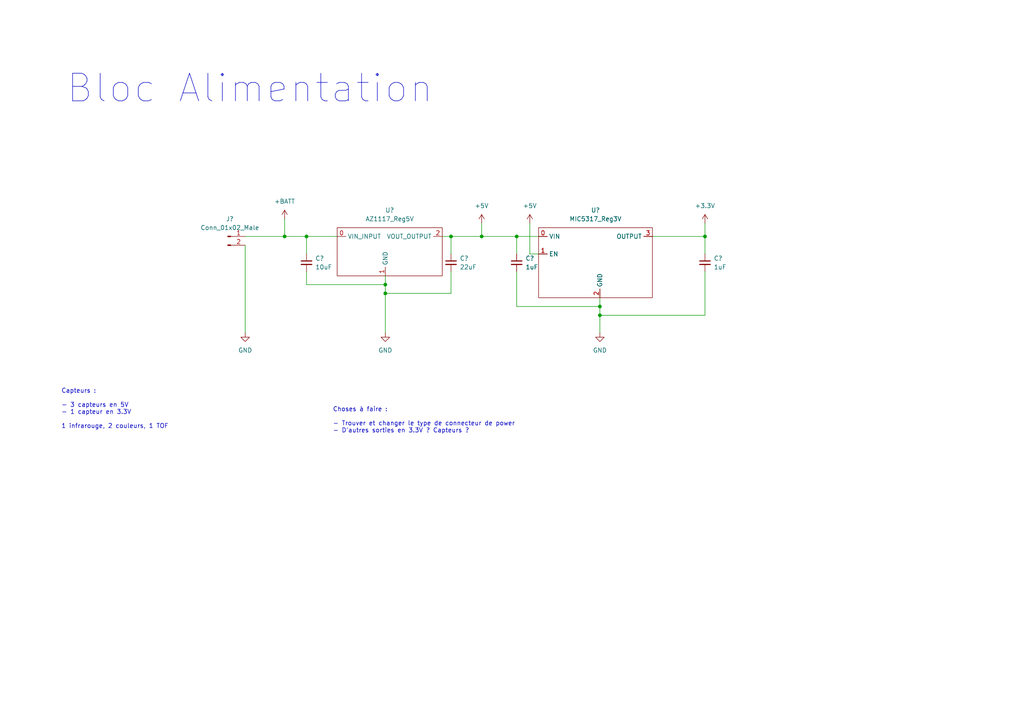
<source format=kicad_sch>
(kicad_sch (version 20211123) (generator eeschema)

  (uuid a889af44-4e92-47b8-a5da-c6e25351379c)

  (paper "A4")

  (lib_symbols
    (symbol "AZ1117_Reg5V:AZ1117_Reg5V" (in_bom yes) (on_board yes)
      (property "Reference" "U" (id 0) (at 0 5.08 0)
        (effects (font (size 1.27 1.27)))
      )
      (property "Value" "AZ1117_Reg5V" (id 1) (at 0 2.54 0)
        (effects (font (size 1.27 1.27)))
      )
      (property "Footprint" "" (id 2) (at 0 0 0)
        (effects (font (size 1.27 1.27)) hide)
      )
      (property "Datasheet" "" (id 3) (at 0 0 0)
        (effects (font (size 1.27 1.27)) hide)
      )
      (symbol "AZ1117_Reg5V_0_1"
        (rectangle (start -13.97 -1.27) (end 16.51 -15.24)
          (stroke (width 0) (type default) (color 0 0 0 0))
          (fill (type none))
        )
      )
      (symbol "AZ1117_Reg5V_1_1"
        (pin power_in line (at -13.97 -3.81 0) (length 2.54)
          (name "VIN_INPUT" (effects (font (size 1.27 1.27))))
          (number "0" (effects (font (size 1.27 1.27))))
        )
        (pin power_in line (at 0 -15.24 90) (length 2.54)
          (name "GND" (effects (font (size 1.27 1.27))))
          (number "1" (effects (font (size 1.27 1.27))))
        )
        (pin power_out line (at 16.51 -3.81 180) (length 2.54)
          (name "VOUT_OUTPUT" (effects (font (size 1.27 1.27))))
          (number "2" (effects (font (size 1.27 1.27))))
        )
      )
    )
    (symbol "Connector:Conn_01x02_Male" (pin_names (offset 1.016) hide) (in_bom yes) (on_board yes)
      (property "Reference" "J" (id 0) (at 0 2.54 0)
        (effects (font (size 1.27 1.27)))
      )
      (property "Value" "Conn_01x02_Male" (id 1) (at 0 -5.08 0)
        (effects (font (size 1.27 1.27)))
      )
      (property "Footprint" "" (id 2) (at 0 0 0)
        (effects (font (size 1.27 1.27)) hide)
      )
      (property "Datasheet" "~" (id 3) (at 0 0 0)
        (effects (font (size 1.27 1.27)) hide)
      )
      (property "ki_keywords" "connector" (id 4) (at 0 0 0)
        (effects (font (size 1.27 1.27)) hide)
      )
      (property "ki_description" "Generic connector, single row, 01x02, script generated (kicad-library-utils/schlib/autogen/connector/)" (id 5) (at 0 0 0)
        (effects (font (size 1.27 1.27)) hide)
      )
      (property "ki_fp_filters" "Connector*:*_1x??_*" (id 6) (at 0 0 0)
        (effects (font (size 1.27 1.27)) hide)
      )
      (symbol "Conn_01x02_Male_1_1"
        (polyline
          (pts
            (xy 1.27 -2.54)
            (xy 0.8636 -2.54)
          )
          (stroke (width 0.1524) (type default) (color 0 0 0 0))
          (fill (type none))
        )
        (polyline
          (pts
            (xy 1.27 0)
            (xy 0.8636 0)
          )
          (stroke (width 0.1524) (type default) (color 0 0 0 0))
          (fill (type none))
        )
        (rectangle (start 0.8636 -2.413) (end 0 -2.667)
          (stroke (width 0.1524) (type default) (color 0 0 0 0))
          (fill (type outline))
        )
        (rectangle (start 0.8636 0.127) (end 0 -0.127)
          (stroke (width 0.1524) (type default) (color 0 0 0 0))
          (fill (type outline))
        )
        (pin passive line (at 5.08 0 180) (length 3.81)
          (name "Pin_1" (effects (font (size 1.27 1.27))))
          (number "1" (effects (font (size 1.27 1.27))))
        )
        (pin passive line (at 5.08 -2.54 180) (length 3.81)
          (name "Pin_2" (effects (font (size 1.27 1.27))))
          (number "2" (effects (font (size 1.27 1.27))))
        )
      )
    )
    (symbol "Device:C_Small" (pin_numbers hide) (pin_names (offset 0.254) hide) (in_bom yes) (on_board yes)
      (property "Reference" "C" (id 0) (at 0.254 1.778 0)
        (effects (font (size 1.27 1.27)) (justify left))
      )
      (property "Value" "C_Small" (id 1) (at 0.254 -2.032 0)
        (effects (font (size 1.27 1.27)) (justify left))
      )
      (property "Footprint" "" (id 2) (at 0 0 0)
        (effects (font (size 1.27 1.27)) hide)
      )
      (property "Datasheet" "~" (id 3) (at 0 0 0)
        (effects (font (size 1.27 1.27)) hide)
      )
      (property "ki_keywords" "capacitor cap" (id 4) (at 0 0 0)
        (effects (font (size 1.27 1.27)) hide)
      )
      (property "ki_description" "Unpolarized capacitor, small symbol" (id 5) (at 0 0 0)
        (effects (font (size 1.27 1.27)) hide)
      )
      (property "ki_fp_filters" "C_*" (id 6) (at 0 0 0)
        (effects (font (size 1.27 1.27)) hide)
      )
      (symbol "C_Small_0_1"
        (polyline
          (pts
            (xy -1.524 -0.508)
            (xy 1.524 -0.508)
          )
          (stroke (width 0.3302) (type default) (color 0 0 0 0))
          (fill (type none))
        )
        (polyline
          (pts
            (xy -1.524 0.508)
            (xy 1.524 0.508)
          )
          (stroke (width 0.3048) (type default) (color 0 0 0 0))
          (fill (type none))
        )
      )
      (symbol "C_Small_1_1"
        (pin passive line (at 0 2.54 270) (length 2.032)
          (name "~" (effects (font (size 1.27 1.27))))
          (number "1" (effects (font (size 1.27 1.27))))
        )
        (pin passive line (at 0 -2.54 90) (length 2.032)
          (name "~" (effects (font (size 1.27 1.27))))
          (number "2" (effects (font (size 1.27 1.27))))
        )
      )
    )
    (symbol "MIC5317_Reg3V:MIC5317_Reg3V" (in_bom yes) (on_board yes)
      (property "Reference" "U" (id 0) (at 0 2.54 0)
        (effects (font (size 1.27 1.27)))
      )
      (property "Value" "MIC5317_Reg3V" (id 1) (at 0 0 0)
        (effects (font (size 1.27 1.27)))
      )
      (property "Footprint" "" (id 2) (at 0 0 0)
        (effects (font (size 1.27 1.27)) hide)
      )
      (property "Datasheet" "" (id 3) (at 0 0 0)
        (effects (font (size 1.27 1.27)) hide)
      )
      (symbol "MIC5317_Reg3V_0_1"
        (rectangle (start -17.78 -2.54) (end 15.24 -22.86)
          (stroke (width 0) (type default) (color 0 0 0 0))
          (fill (type none))
        )
      )
      (symbol "MIC5317_Reg3V_1_1"
        (pin power_in line (at -17.78 -5.08 0) (length 2.54)
          (name "VIN" (effects (font (size 1.27 1.27))))
          (number "0" (effects (font (size 1.27 1.27))))
        )
        (pin bidirectional line (at -17.78 -10.16 0) (length 2.54)
          (name "EN" (effects (font (size 1.27 1.27))))
          (number "1" (effects (font (size 1.27 1.27))))
        )
        (pin power_in line (at 0 -22.86 90) (length 2.54)
          (name "GND" (effects (font (size 1.27 1.27))))
          (number "2" (effects (font (size 1.27 1.27))))
        )
        (pin power_out line (at 15.24 -5.08 180) (length 2.54)
          (name "OUTPUT" (effects (font (size 1.27 1.27))))
          (number "3" (effects (font (size 1.27 1.27))))
        )
      )
    )
    (symbol "power:+3.3V" (power) (pin_names (offset 0)) (in_bom yes) (on_board yes)
      (property "Reference" "#PWR" (id 0) (at 0 -3.81 0)
        (effects (font (size 1.27 1.27)) hide)
      )
      (property "Value" "+3.3V" (id 1) (at 0 3.556 0)
        (effects (font (size 1.27 1.27)))
      )
      (property "Footprint" "" (id 2) (at 0 0 0)
        (effects (font (size 1.27 1.27)) hide)
      )
      (property "Datasheet" "" (id 3) (at 0 0 0)
        (effects (font (size 1.27 1.27)) hide)
      )
      (property "ki_keywords" "power-flag" (id 4) (at 0 0 0)
        (effects (font (size 1.27 1.27)) hide)
      )
      (property "ki_description" "Power symbol creates a global label with name \"+3.3V\"" (id 5) (at 0 0 0)
        (effects (font (size 1.27 1.27)) hide)
      )
      (symbol "+3.3V_0_1"
        (polyline
          (pts
            (xy -0.762 1.27)
            (xy 0 2.54)
          )
          (stroke (width 0) (type default) (color 0 0 0 0))
          (fill (type none))
        )
        (polyline
          (pts
            (xy 0 0)
            (xy 0 2.54)
          )
          (stroke (width 0) (type default) (color 0 0 0 0))
          (fill (type none))
        )
        (polyline
          (pts
            (xy 0 2.54)
            (xy 0.762 1.27)
          )
          (stroke (width 0) (type default) (color 0 0 0 0))
          (fill (type none))
        )
      )
      (symbol "+3.3V_1_1"
        (pin power_in line (at 0 0 90) (length 0) hide
          (name "+3.3V" (effects (font (size 1.27 1.27))))
          (number "1" (effects (font (size 1.27 1.27))))
        )
      )
    )
    (symbol "power:+5V" (power) (pin_names (offset 0)) (in_bom yes) (on_board yes)
      (property "Reference" "#PWR" (id 0) (at 0 -3.81 0)
        (effects (font (size 1.27 1.27)) hide)
      )
      (property "Value" "+5V" (id 1) (at 0 3.556 0)
        (effects (font (size 1.27 1.27)))
      )
      (property "Footprint" "" (id 2) (at 0 0 0)
        (effects (font (size 1.27 1.27)) hide)
      )
      (property "Datasheet" "" (id 3) (at 0 0 0)
        (effects (font (size 1.27 1.27)) hide)
      )
      (property "ki_keywords" "power-flag" (id 4) (at 0 0 0)
        (effects (font (size 1.27 1.27)) hide)
      )
      (property "ki_description" "Power symbol creates a global label with name \"+5V\"" (id 5) (at 0 0 0)
        (effects (font (size 1.27 1.27)) hide)
      )
      (symbol "+5V_0_1"
        (polyline
          (pts
            (xy -0.762 1.27)
            (xy 0 2.54)
          )
          (stroke (width 0) (type default) (color 0 0 0 0))
          (fill (type none))
        )
        (polyline
          (pts
            (xy 0 0)
            (xy 0 2.54)
          )
          (stroke (width 0) (type default) (color 0 0 0 0))
          (fill (type none))
        )
        (polyline
          (pts
            (xy 0 2.54)
            (xy 0.762 1.27)
          )
          (stroke (width 0) (type default) (color 0 0 0 0))
          (fill (type none))
        )
      )
      (symbol "+5V_1_1"
        (pin power_in line (at 0 0 90) (length 0) hide
          (name "+5V" (effects (font (size 1.27 1.27))))
          (number "1" (effects (font (size 1.27 1.27))))
        )
      )
    )
    (symbol "power:+BATT" (power) (pin_names (offset 0)) (in_bom yes) (on_board yes)
      (property "Reference" "#PWR" (id 0) (at 0 -3.81 0)
        (effects (font (size 1.27 1.27)) hide)
      )
      (property "Value" "+BATT" (id 1) (at 0 3.556 0)
        (effects (font (size 1.27 1.27)))
      )
      (property "Footprint" "" (id 2) (at 0 0 0)
        (effects (font (size 1.27 1.27)) hide)
      )
      (property "Datasheet" "" (id 3) (at 0 0 0)
        (effects (font (size 1.27 1.27)) hide)
      )
      (property "ki_keywords" "power-flag battery" (id 4) (at 0 0 0)
        (effects (font (size 1.27 1.27)) hide)
      )
      (property "ki_description" "Power symbol creates a global label with name \"+BATT\"" (id 5) (at 0 0 0)
        (effects (font (size 1.27 1.27)) hide)
      )
      (symbol "+BATT_0_1"
        (polyline
          (pts
            (xy -0.762 1.27)
            (xy 0 2.54)
          )
          (stroke (width 0) (type default) (color 0 0 0 0))
          (fill (type none))
        )
        (polyline
          (pts
            (xy 0 0)
            (xy 0 2.54)
          )
          (stroke (width 0) (type default) (color 0 0 0 0))
          (fill (type none))
        )
        (polyline
          (pts
            (xy 0 2.54)
            (xy 0.762 1.27)
          )
          (stroke (width 0) (type default) (color 0 0 0 0))
          (fill (type none))
        )
      )
      (symbol "+BATT_1_1"
        (pin power_in line (at 0 0 90) (length 0) hide
          (name "+BATT" (effects (font (size 1.27 1.27))))
          (number "1" (effects (font (size 1.27 1.27))))
        )
      )
    )
    (symbol "power:GND" (power) (pin_names (offset 0)) (in_bom yes) (on_board yes)
      (property "Reference" "#PWR" (id 0) (at 0 -6.35 0)
        (effects (font (size 1.27 1.27)) hide)
      )
      (property "Value" "GND" (id 1) (at 0 -3.81 0)
        (effects (font (size 1.27 1.27)))
      )
      (property "Footprint" "" (id 2) (at 0 0 0)
        (effects (font (size 1.27 1.27)) hide)
      )
      (property "Datasheet" "" (id 3) (at 0 0 0)
        (effects (font (size 1.27 1.27)) hide)
      )
      (property "ki_keywords" "power-flag" (id 4) (at 0 0 0)
        (effects (font (size 1.27 1.27)) hide)
      )
      (property "ki_description" "Power symbol creates a global label with name \"GND\" , ground" (id 5) (at 0 0 0)
        (effects (font (size 1.27 1.27)) hide)
      )
      (symbol "GND_0_1"
        (polyline
          (pts
            (xy 0 0)
            (xy 0 -1.27)
            (xy 1.27 -1.27)
            (xy 0 -2.54)
            (xy -1.27 -1.27)
            (xy 0 -1.27)
          )
          (stroke (width 0) (type default) (color 0 0 0 0))
          (fill (type none))
        )
      )
      (symbol "GND_1_1"
        (pin power_in line (at 0 0 270) (length 0) hide
          (name "GND" (effects (font (size 1.27 1.27))))
          (number "1" (effects (font (size 1.27 1.27))))
        )
      )
    )
  )

  (junction (at 173.99 88.9) (diameter 0) (color 0 0 0 0)
    (uuid 2b34e238-ef01-45eb-9e22-a5b449ed921d)
  )
  (junction (at 139.7 68.58) (diameter 0) (color 0 0 0 0)
    (uuid 4db98390-a13d-46ed-b615-b21f5978babd)
  )
  (junction (at 82.55 68.58) (diameter 0) (color 0 0 0 0)
    (uuid 5ff6a31f-f41b-4aee-9161-f69375ed72b5)
  )
  (junction (at 204.47 68.58) (diameter 0) (color 0 0 0 0)
    (uuid 6ff99f1c-64a2-4cbe-8fdc-2367c1013a06)
  )
  (junction (at 88.9 68.58) (diameter 0) (color 0 0 0 0)
    (uuid 8d16ea41-0aa2-4220-9f8d-21eb21b97396)
  )
  (junction (at 111.76 82.55) (diameter 0) (color 0 0 0 0)
    (uuid 8f091d16-955c-49a3-99af-1839a128304c)
  )
  (junction (at 111.76 85.09) (diameter 0) (color 0 0 0 0)
    (uuid a0c2c283-27bd-49c5-a171-cf5499f24a9a)
  )
  (junction (at 149.86 68.58) (diameter 0) (color 0 0 0 0)
    (uuid c6d2a9ff-cac4-4501-8f8e-30e51607a64d)
  )
  (junction (at 130.81 68.58) (diameter 0) (color 0 0 0 0)
    (uuid c77b09be-119e-4818-8add-1ee50f3db25c)
  )
  (junction (at 173.99 91.44) (diameter 0) (color 0 0 0 0)
    (uuid cadf5c90-879b-4b5d-862d-febbb454f884)
  )

  (wire (pts (xy 130.81 68.58) (xy 130.81 73.66))
    (stroke (width 0) (type default) (color 0 0 0 0))
    (uuid 0aee31fe-8aa1-46fd-87cc-035148cfe56a)
  )
  (wire (pts (xy 130.81 78.74) (xy 130.81 85.09))
    (stroke (width 0) (type default) (color 0 0 0 0))
    (uuid 0d945083-4f8c-41d4-912a-89dae5af5f3d)
  )
  (wire (pts (xy 189.23 68.58) (xy 204.47 68.58))
    (stroke (width 0) (type default) (color 0 0 0 0))
    (uuid 0de15d7d-d4a8-479d-bd6a-ce9ce3ba60fa)
  )
  (wire (pts (xy 111.76 85.09) (xy 130.81 85.09))
    (stroke (width 0) (type default) (color 0 0 0 0))
    (uuid 0fb726b5-7e91-47de-8026-695eccd6d27e)
  )
  (wire (pts (xy 82.55 63.5) (xy 82.55 68.58))
    (stroke (width 0) (type default) (color 0 0 0 0))
    (uuid 116aafcf-2b8b-4b6f-a3d2-4452980d1257)
  )
  (wire (pts (xy 153.67 64.77) (xy 153.67 73.66))
    (stroke (width 0) (type default) (color 0 0 0 0))
    (uuid 1576b066-2dc7-4425-9478-f2ffbfdff342)
  )
  (wire (pts (xy 111.76 82.55) (xy 111.76 85.09))
    (stroke (width 0) (type default) (color 0 0 0 0))
    (uuid 15e0564a-7a43-4350-8eef-d9af9209332c)
  )
  (wire (pts (xy 71.12 68.58) (xy 82.55 68.58))
    (stroke (width 0) (type default) (color 0 0 0 0))
    (uuid 19acc6d4-978e-412f-90de-604b6ecc2a42)
  )
  (wire (pts (xy 204.47 64.77) (xy 204.47 68.58))
    (stroke (width 0) (type default) (color 0 0 0 0))
    (uuid 2d9a7271-1ffb-4b7f-b5a2-5bb1de731be1)
  )
  (wire (pts (xy 204.47 68.58) (xy 204.47 73.66))
    (stroke (width 0) (type default) (color 0 0 0 0))
    (uuid 3c51731e-4d42-4a80-bdff-0a8bec0a395a)
  )
  (wire (pts (xy 173.99 88.9) (xy 173.99 91.44))
    (stroke (width 0) (type default) (color 0 0 0 0))
    (uuid 42d79c06-c6c6-4c48-9ef8-c6ce0f05ca84)
  )
  (wire (pts (xy 139.7 64.77) (xy 139.7 68.58))
    (stroke (width 0) (type default) (color 0 0 0 0))
    (uuid 48b7b3d6-7e7a-46a1-9b3a-e626a5292cc8)
  )
  (wire (pts (xy 204.47 91.44) (xy 173.99 91.44))
    (stroke (width 0) (type default) (color 0 0 0 0))
    (uuid 4fd3c71a-013f-449e-9ba1-89052b311cce)
  )
  (wire (pts (xy 149.86 78.74) (xy 149.86 88.9))
    (stroke (width 0) (type default) (color 0 0 0 0))
    (uuid 6a654b24-1a12-4c8f-b02f-b921e47c3fb3)
  )
  (wire (pts (xy 149.86 88.9) (xy 173.99 88.9))
    (stroke (width 0) (type default) (color 0 0 0 0))
    (uuid 7090c754-a51f-4fd5-901d-84d942d7c5e6)
  )
  (wire (pts (xy 173.99 86.36) (xy 173.99 88.9))
    (stroke (width 0) (type default) (color 0 0 0 0))
    (uuid 71df5e07-607d-4b92-849a-6a4ef6a64f70)
  )
  (wire (pts (xy 173.99 91.44) (xy 173.99 96.52))
    (stroke (width 0) (type default) (color 0 0 0 0))
    (uuid 75d3b78e-7fe0-437a-bd75-f3f76b240974)
  )
  (wire (pts (xy 111.76 85.09) (xy 111.76 96.52))
    (stroke (width 0) (type default) (color 0 0 0 0))
    (uuid 89039945-9e47-461c-911e-9753e555c41b)
  )
  (wire (pts (xy 128.27 68.58) (xy 130.81 68.58))
    (stroke (width 0) (type default) (color 0 0 0 0))
    (uuid 8b5ac603-3a26-4a44-926d-2e1a2e9ece73)
  )
  (wire (pts (xy 82.55 68.58) (xy 88.9 68.58))
    (stroke (width 0) (type default) (color 0 0 0 0))
    (uuid 9276a390-47f7-43a1-9258-5f9c00f7bf6c)
  )
  (wire (pts (xy 71.12 71.12) (xy 71.12 96.52))
    (stroke (width 0) (type default) (color 0 0 0 0))
    (uuid 92943719-848f-4b02-9f80-66d2864e299a)
  )
  (wire (pts (xy 204.47 78.74) (xy 204.47 91.44))
    (stroke (width 0) (type default) (color 0 0 0 0))
    (uuid 931db448-f11f-41e7-a42e-da407dc2d099)
  )
  (wire (pts (xy 149.86 68.58) (xy 149.86 73.66))
    (stroke (width 0) (type default) (color 0 0 0 0))
    (uuid a6c6dfa2-68fe-4e6a-a214-c0c581b34854)
  )
  (wire (pts (xy 139.7 68.58) (xy 149.86 68.58))
    (stroke (width 0) (type default) (color 0 0 0 0))
    (uuid a93c6a80-9f0c-496f-9e4f-9282c0b61816)
  )
  (wire (pts (xy 88.9 78.74) (xy 88.9 82.55))
    (stroke (width 0) (type default) (color 0 0 0 0))
    (uuid a9908953-3336-4dc5-b8b8-0bb6842f3521)
  )
  (wire (pts (xy 130.81 68.58) (xy 139.7 68.58))
    (stroke (width 0) (type default) (color 0 0 0 0))
    (uuid b050933e-43c1-411d-8329-baebdefc1913)
  )
  (wire (pts (xy 153.67 73.66) (xy 156.21 73.66))
    (stroke (width 0) (type default) (color 0 0 0 0))
    (uuid b593c20d-825b-428f-940c-d263f1e7c669)
  )
  (wire (pts (xy 149.86 68.58) (xy 156.21 68.58))
    (stroke (width 0) (type default) (color 0 0 0 0))
    (uuid b5d032cc-a06f-400c-9f98-ff96a73a66b4)
  )
  (wire (pts (xy 88.9 68.58) (xy 88.9 73.66))
    (stroke (width 0) (type default) (color 0 0 0 0))
    (uuid b65b959d-e786-4a53-bcee-8953de267994)
  )
  (wire (pts (xy 88.9 82.55) (xy 111.76 82.55))
    (stroke (width 0) (type default) (color 0 0 0 0))
    (uuid cfdd31f4-7393-4526-8e65-a8f7ff5de14d)
  )
  (wire (pts (xy 97.79 68.58) (xy 88.9 68.58))
    (stroke (width 0) (type default) (color 0 0 0 0))
    (uuid d59f822f-3b31-43b9-96d2-1c34ebe262f2)
  )
  (wire (pts (xy 111.76 80.01) (xy 111.76 82.55))
    (stroke (width 0) (type default) (color 0 0 0 0))
    (uuid ee8119da-5557-4984-bf2f-a18de7db40c5)
  )

  (text "Bloc Alimentation" (at 19.05 30.48 0)
    (effects (font (size 8 8)) (justify left bottom))
    (uuid 396b3050-9f3a-4ce8-ac8c-9c6bc21d304a)
  )
  (text "Choses à faire :\n\n- Trouver et changer le type de connecteur de power\n- D'autres sorties en 3.3V ? Capteurs ?"
    (at 96.52 125.73 0)
    (effects (font (size 1.27 1.27)) (justify left bottom))
    (uuid 45b9718e-ae90-438c-8d32-826980d8af42)
  )
  (text "Capteurs :\n\n- 3 capteurs en 5V\n- 1 capteur en 3.3V\n\n1 infrarouge, 2 couleurs, 1 TOF"
    (at 17.78 124.46 0)
    (effects (font (size 1.27 1.27)) (justify left bottom))
    (uuid 56ef086b-01b5-40e8-b567-a4d31f3be050)
  )

  (symbol (lib_id "Connector:Conn_01x02_Male") (at 66.04 68.58 0) (unit 1)
    (in_bom yes) (on_board yes) (fields_autoplaced)
    (uuid 09e1b8c7-1349-42f4-902a-8181a9968e33)
    (property "Reference" "J?" (id 0) (at 66.675 63.5 0))
    (property "Value" "Conn_01x02_Male" (id 1) (at 66.675 66.04 0))
    (property "Footprint" "" (id 2) (at 66.04 68.58 0)
      (effects (font (size 1.27 1.27)) hide)
    )
    (property "Datasheet" "~" (id 3) (at 66.04 68.58 0)
      (effects (font (size 1.27 1.27)) hide)
    )
    (pin "1" (uuid dc273a6a-487a-45ed-a2ac-d8b501539026))
    (pin "2" (uuid 9f775946-950f-4725-89c5-9c3b9761355b))
  )

  (symbol (lib_id "Device:C_Small") (at 204.47 76.2 0) (unit 1)
    (in_bom yes) (on_board yes) (fields_autoplaced)
    (uuid 1ef046d8-8fea-4d81-881b-79e400da82d8)
    (property "Reference" "C?" (id 0) (at 207.01 74.9362 0)
      (effects (font (size 1.27 1.27)) (justify left))
    )
    (property "Value" "1uF" (id 1) (at 207.01 77.4762 0)
      (effects (font (size 1.27 1.27)) (justify left))
    )
    (property "Footprint" "" (id 2) (at 204.47 76.2 0)
      (effects (font (size 1.27 1.27)) hide)
    )
    (property "Datasheet" "~" (id 3) (at 204.47 76.2 0)
      (effects (font (size 1.27 1.27)) hide)
    )
    (pin "1" (uuid 905a7332-9ff7-46c8-9c07-f50941265812))
    (pin "2" (uuid 65d9277a-4609-4c88-9613-1fbc3d793080))
  )

  (symbol (lib_id "power:GND") (at 71.12 96.52 0) (unit 1)
    (in_bom yes) (on_board yes) (fields_autoplaced)
    (uuid 298ed8d4-e025-4898-b38b-3015c56560ba)
    (property "Reference" "#PWR?" (id 0) (at 71.12 102.87 0)
      (effects (font (size 1.27 1.27)) hide)
    )
    (property "Value" "GND" (id 1) (at 71.12 101.6 0))
    (property "Footprint" "" (id 2) (at 71.12 96.52 0)
      (effects (font (size 1.27 1.27)) hide)
    )
    (property "Datasheet" "" (id 3) (at 71.12 96.52 0)
      (effects (font (size 1.27 1.27)) hide)
    )
    (pin "1" (uuid 67f2c7f5-428f-4255-bdbf-d4919a7ec10c))
  )

  (symbol (lib_id "power:+3.3V") (at 204.47 64.77 0) (unit 1)
    (in_bom yes) (on_board yes) (fields_autoplaced)
    (uuid 2be719a0-f1da-4378-8e35-ebb46b031051)
    (property "Reference" "#PWR?" (id 0) (at 204.47 68.58 0)
      (effects (font (size 1.27 1.27)) hide)
    )
    (property "Value" "+3.3V" (id 1) (at 204.47 59.69 0))
    (property "Footprint" "" (id 2) (at 204.47 64.77 0)
      (effects (font (size 1.27 1.27)) hide)
    )
    (property "Datasheet" "" (id 3) (at 204.47 64.77 0)
      (effects (font (size 1.27 1.27)) hide)
    )
    (pin "1" (uuid c1d338af-789a-4bdc-ad20-ab84d29e178e))
  )

  (symbol (lib_id "power:+5V") (at 139.7 64.77 0) (unit 1)
    (in_bom yes) (on_board yes) (fields_autoplaced)
    (uuid 39199cdd-5b92-4642-84fe-477f6efeb5d4)
    (property "Reference" "#PWR?" (id 0) (at 139.7 68.58 0)
      (effects (font (size 1.27 1.27)) hide)
    )
    (property "Value" "+5V" (id 1) (at 139.7 59.69 0))
    (property "Footprint" "" (id 2) (at 139.7 64.77 0)
      (effects (font (size 1.27 1.27)) hide)
    )
    (property "Datasheet" "" (id 3) (at 139.7 64.77 0)
      (effects (font (size 1.27 1.27)) hide)
    )
    (pin "1" (uuid 555c40a3-29cf-4aee-b148-88aed5785bad))
  )

  (symbol (lib_id "power:GND") (at 173.99 96.52 0) (unit 1)
    (in_bom yes) (on_board yes) (fields_autoplaced)
    (uuid 3ed59d0c-9782-4941-890a-ce72893baf1f)
    (property "Reference" "#PWR?" (id 0) (at 173.99 102.87 0)
      (effects (font (size 1.27 1.27)) hide)
    )
    (property "Value" "GND" (id 1) (at 173.99 101.6 0))
    (property "Footprint" "" (id 2) (at 173.99 96.52 0)
      (effects (font (size 1.27 1.27)) hide)
    )
    (property "Datasheet" "" (id 3) (at 173.99 96.52 0)
      (effects (font (size 1.27 1.27)) hide)
    )
    (pin "1" (uuid 5f137c77-c789-49c0-9634-605f5c632aa5))
  )

  (symbol (lib_id "power:GND") (at 111.76 96.52 0) (unit 1)
    (in_bom yes) (on_board yes) (fields_autoplaced)
    (uuid 4ac3d0cd-97e7-4416-9fc1-2298963667b9)
    (property "Reference" "#PWR?" (id 0) (at 111.76 102.87 0)
      (effects (font (size 1.27 1.27)) hide)
    )
    (property "Value" "GND" (id 1) (at 111.76 101.6 0))
    (property "Footprint" "" (id 2) (at 111.76 96.52 0)
      (effects (font (size 1.27 1.27)) hide)
    )
    (property "Datasheet" "" (id 3) (at 111.76 96.52 0)
      (effects (font (size 1.27 1.27)) hide)
    )
    (pin "1" (uuid d605c697-329a-4c89-b381-d1de219e04d2))
  )

  (symbol (lib_id "power:+5V") (at 153.67 64.77 0) (unit 1)
    (in_bom yes) (on_board yes) (fields_autoplaced)
    (uuid 4af03720-19c2-4496-a2e8-a99f73d0cdd3)
    (property "Reference" "#PWR?" (id 0) (at 153.67 68.58 0)
      (effects (font (size 1.27 1.27)) hide)
    )
    (property "Value" "+5V" (id 1) (at 153.67 59.69 0))
    (property "Footprint" "" (id 2) (at 153.67 64.77 0)
      (effects (font (size 1.27 1.27)) hide)
    )
    (property "Datasheet" "" (id 3) (at 153.67 64.77 0)
      (effects (font (size 1.27 1.27)) hide)
    )
    (pin "1" (uuid e6d16f6a-7cab-466b-902c-c06cbbfd66e0))
  )

  (symbol (lib_id "Device:C_Small") (at 130.81 76.2 0) (unit 1)
    (in_bom yes) (on_board yes) (fields_autoplaced)
    (uuid 58cdb8e8-b424-4989-bc29-262d2a3e59a3)
    (property "Reference" "C?" (id 0) (at 133.35 74.9362 0)
      (effects (font (size 1.27 1.27)) (justify left))
    )
    (property "Value" "22uF" (id 1) (at 133.35 77.4762 0)
      (effects (font (size 1.27 1.27)) (justify left))
    )
    (property "Footprint" "" (id 2) (at 130.81 76.2 0)
      (effects (font (size 1.27 1.27)) hide)
    )
    (property "Datasheet" "~" (id 3) (at 130.81 76.2 0)
      (effects (font (size 1.27 1.27)) hide)
    )
    (pin "1" (uuid 7046e77e-4734-4b08-bbfb-93cbfbacdf1d))
    (pin "2" (uuid 548e98f1-cf85-4cc9-b423-7255d6a93813))
  )

  (symbol (lib_id "Device:C_Small") (at 88.9 76.2 0) (unit 1)
    (in_bom yes) (on_board yes) (fields_autoplaced)
    (uuid 5f79c681-8503-4286-ac4f-550ab946530d)
    (property "Reference" "C?" (id 0) (at 91.44 74.9362 0)
      (effects (font (size 1.27 1.27)) (justify left))
    )
    (property "Value" "10uF" (id 1) (at 91.44 77.4762 0)
      (effects (font (size 1.27 1.27)) (justify left))
    )
    (property "Footprint" "" (id 2) (at 88.9 76.2 0)
      (effects (font (size 1.27 1.27)) hide)
    )
    (property "Datasheet" "~" (id 3) (at 88.9 76.2 0)
      (effects (font (size 1.27 1.27)) hide)
    )
    (pin "1" (uuid 8ef25ed1-f415-4854-9cd9-14e8038b404f))
    (pin "2" (uuid 58c62afd-0ee7-4812-9a6c-a61ccb1ab585))
  )

  (symbol (lib_id "AZ1117_Reg5V:AZ1117_Reg5V") (at 111.76 64.77 0) (unit 1)
    (in_bom yes) (on_board yes) (fields_autoplaced)
    (uuid 776b8ee4-4f7b-4f4c-8fe5-d702d13cd9f0)
    (property "Reference" "U?" (id 0) (at 113.03 60.96 0))
    (property "Value" "AZ1117_Reg5V" (id 1) (at 113.03 63.5 0))
    (property "Footprint" "" (id 2) (at 111.76 64.77 0)
      (effects (font (size 1.27 1.27)) hide)
    )
    (property "Datasheet" "" (id 3) (at 111.76 64.77 0)
      (effects (font (size 1.27 1.27)) hide)
    )
    (pin "0" (uuid 326b70c5-1cf0-46a9-bc48-f3ee8ae76292))
    (pin "1" (uuid 5bb52de7-60b9-493b-afb8-50d970364d9b))
    (pin "2" (uuid dbdee523-40f7-4c8d-8d4a-b4f3df966bc7))
  )

  (symbol (lib_id "MIC5317_Reg3V:MIC5317_Reg3V") (at 173.99 63.5 0) (unit 1)
    (in_bom yes) (on_board yes) (fields_autoplaced)
    (uuid 7f9ee686-0cf4-4f1f-be77-a9f66bbfbb7c)
    (property "Reference" "U?" (id 0) (at 172.72 60.96 0))
    (property "Value" "MIC5317_Reg3V" (id 1) (at 172.72 63.5 0))
    (property "Footprint" "" (id 2) (at 173.99 63.5 0)
      (effects (font (size 1.27 1.27)) hide)
    )
    (property "Datasheet" "" (id 3) (at 173.99 63.5 0)
      (effects (font (size 1.27 1.27)) hide)
    )
    (pin "0" (uuid 7d079794-0bf3-47d5-b94f-9ced5fe79462))
    (pin "1" (uuid bd45bf8d-f31e-4ac8-a4d0-f30fd609aaa1))
    (pin "2" (uuid a3efb438-272b-4089-9fd2-57df4098db6a))
    (pin "3" (uuid 3346348b-5ab6-4ce8-8285-a5bf22b39e5d))
  )

  (symbol (lib_id "power:+BATT") (at 82.55 63.5 0) (unit 1)
    (in_bom yes) (on_board yes) (fields_autoplaced)
    (uuid 85bb55a1-5500-4560-9a16-d6e78e3ad531)
    (property "Reference" "#PWR?" (id 0) (at 82.55 67.31 0)
      (effects (font (size 1.27 1.27)) hide)
    )
    (property "Value" "+BATT" (id 1) (at 82.55 58.42 0))
    (property "Footprint" "" (id 2) (at 82.55 63.5 0)
      (effects (font (size 1.27 1.27)) hide)
    )
    (property "Datasheet" "" (id 3) (at 82.55 63.5 0)
      (effects (font (size 1.27 1.27)) hide)
    )
    (pin "1" (uuid 60919b9f-8dbd-4d8b-9a24-e7731ff28c9a))
  )

  (symbol (lib_id "Device:C_Small") (at 149.86 76.2 0) (unit 1)
    (in_bom yes) (on_board yes) (fields_autoplaced)
    (uuid afd7eeb4-36ba-4e0c-858d-0824d0c38430)
    (property "Reference" "C?" (id 0) (at 152.4 74.9362 0)
      (effects (font (size 1.27 1.27)) (justify left))
    )
    (property "Value" "1uF" (id 1) (at 152.4 77.4762 0)
      (effects (font (size 1.27 1.27)) (justify left))
    )
    (property "Footprint" "" (id 2) (at 149.86 76.2 0)
      (effects (font (size 1.27 1.27)) hide)
    )
    (property "Datasheet" "~" (id 3) (at 149.86 76.2 0)
      (effects (font (size 1.27 1.27)) hide)
    )
    (pin "1" (uuid 3976de2b-d966-44d6-b38e-b5367545f695))
    (pin "2" (uuid 832bc547-fa0f-47f5-8027-2a455c1acfbd))
  )
)

</source>
